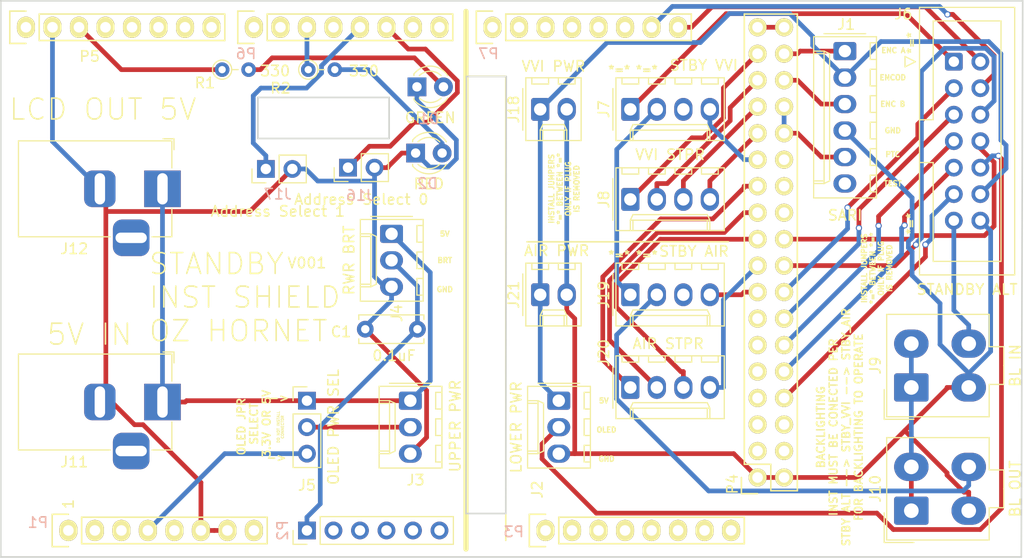
<source format=kicad_pcb>
(kicad_pcb (version 20211014) (generator pcbnew)
  (title_block (date "mar. 31 mars 2015"))
  (layers (0 "F.Cu" signal) (31 "B.Cu" signal) (34 "B.Paste" user) (35 "F.Paste" user) (36 "B.SilkS" user "B.Silkscreen") (37 "F.SilkS" user "F.Silkscreen") (38 "B.Mask" user) (39 "F.Mask" user) (44 "Edge.Cuts" user))
  (net 0 "")
  (net 1 "GND")
  (net 2 "/47")
  (net 3 "/45")
  (net 4 "/43")
  (net 5 "/41")
  (net 6 "/39")
  (net 7 "/37")
  (net 8 "/SARI_SW")
  (net 9 "/SDA")
  (net 10 "/30")
  (net 12 "/28")
  (net 16 "/25")
  (net 18 "/23")
  (net 19 "+5V")
  (net 20 "GNDD")
  (net 27 "Net-(D1-Pad2)")
  (net 28 "Net-(D2-Pad2)")
  (net 33 "/38")
  (net 34 "/36")
  (net 35 "/34")
  (net 36 "/32")
  (net 38 "/49")
  (net 40 "/SARI_TEST")
  (net 42 "/40")
  (net 43 "/D13")
  (net 44 "/D5")
  (net 47 "/21(SCL)")
  (net 48 "/ADDRESS_SELECT_0")
  (net 49 "/ADDRESS_SELECT_1")
  (net 50 "/LOWER_OUTPUT_5V")
  (net 51 "/UPPER_OUTPUT_5V")
  (net 52 "+5VL")
  (net 53 "/A3")
  (net 54 "/A2")
  (net 55 "/A1")
  (net 56 "/A0")
  (net 57 "/A4")
  (net 58 "/IOREF")
  (net 59 "/Reset")
  (net 60 "+3V3")
  (net 61 "/Vin")
  (net 62 "/A5")
  (net 81 "/ALT_LED_IN")
  (net 82 "/AIR_LED_OUT")
  (net 83 "/LED+5V")
  (net 84 "/ALT_LED_OUT-VVI_LED_IN")
  (net 85 "/VVI_LED_OUT-AIR_LED_IN")
  (net 86 "/OLED_PWR(L)")
  (net 87 "/OLED_PWR(U)")
  (net 89 "/22")
  (net 90 "/24")
  (net 91 "/26")
  (footprint "Socket_Arduino_Mega:Socket_Strip_Arduino_2x18" (layer "F.Cu") (at 197.358 114.046 90)
    (fp_text reference "P4")
    (fp_text value "Digital" hide)
  )
  (footprint "Socket_Arduino_Mega:Socket_Strip_Arduino_1x08" (layer "F.Cu") (at 131.318 119.126)
    (fp_text reference "P1")
    (fp_text value "Power")
  )
  (footprint "Connector_PinHeader_2.54mm:PinHeader_1x06_P2.54mm_Vertical" (layer "F.Cu") (at 154.178 119.126 90)
    (fp_text reference "P2")
    (fp_text value "Analog")
  )
  (footprint "Socket_Arduino_Mega:Socket_Strip_Arduino_1x08" (layer "F.Cu") (at 177.038 119.126)
    (fp_text reference "P3")
    (fp_text value "Analog")
  )
  (footprint "Socket_Arduino_Mega:Socket_Strip_Arduino_1x08" (layer "F.Cu") (at 127.254 70.866)
    (fp_text reference "P5")
    (fp_text value "PWM")
  )
  (footprint "Socket_Arduino_Mega:Socket_Strip_Arduino_1x08" (layer "F.Cu") (at 149.098 70.866)
    (fp_text reference "P6")
    (fp_text value "PWM")
  )
  (footprint "Socket_Arduino_Mega:Socket_Strip_Arduino_1x08" (layer "F.Cu") (at 171.958 70.866)
    (fp_text reference "P7")
    (fp_text value "Communication")
  )
  (footprint "LED_THT:LED_D3.0mm" (layer "F.Cu") (at 164.719 76.581)
    (fp_text reference "D1")
    (fp_text value "GREEN")
  )
  (footprint "LED_THT:LED_D3.0mm" (layer "F.Cu") (at 164.592 82.931)
    (fp_text reference "D2")
    (fp_text value "RED")
  )
  (footprint "Connector_PinHeader_2.54mm:PinHeader_1x02_P2.54mm_Vertical" (layer "F.Cu") (at 158.115 84.328 90)
    (fp_text reference "J16")
    (fp_text value "Address Select 0")
  )
  (footprint "Connector_PinHeader_2.54mm:PinHeader_1x02_P2.54mm_Vertical" (layer "F.Cu") (at 150.241 84.455 90)
    (fp_text reference "J17")
    (fp_text value "Address Select 1")
  )
  (footprint "PT_Library_v001:PT_R_Axial_DIN0204_L3.6mm_D1.6mm_P2.54mm_Vertical" (layer "F.Cu") (at 146.05 74.93)
    (fp_text reference "R1")
    (fp_text value "330")
  )
  (footprint "PT_Library_v001:PT_R_Axial_DIN0204_L3.6mm_D1.6mm_P2.54mm_Vertical" (layer "F.Cu") (at 154.305 74.93)
    (fp_text reference "R2")
    (fp_text value "330")
  )
  (footprint "Connector_IDC:IDC-Header_2x07_P2.54mm_Vertical" (layer "F.Cu") (at 216.1635 74.168)
    (fp_text reference "J6")
    (fp_text value "STANDBY ALT")
  )
  (footprint "Connector_Molex:Molex_KK-254_AE-6410-04A_1x04_P2.54mm_Vertical" (layer "F.Cu") (at 185.166 87.376)
    (fp_text reference "J8")
    (fp_text value "VVI STPR")
  )
  (footprint "Connector_Molex:Molex_KK-254_AE-6410-03A_1x03_P2.54mm_Vertical" (layer "F.Cu") (at 178.308 106.68 -90)
    (fp_text reference "J2")
    (fp_text value "LOWER PWR")
  )
  (footprint "Connector_Molex:Molex_KK-254_AE-6410-04A_1x04_P2.54mm_Vertical" (layer "F.Cu") (at 185.166 105.41)
    (fp_text reference "J20")
    (fp_text value "AIR STPR")
  )
  (footprint "Connector_Molex:Molex_KK-254_AE-6410-04A_1x04_P2.54mm_Vertical" (layer "F.Cu") (at 185.166 78.74)
    (fp_text reference "J7")
    (fp_text value "STBY VVI")
  )
  (footprint "Connector_BarrelJack:BarrelJack_Horizontal" (layer "F.Cu") (at 140.335 106.807)
    (fp_text reference "J11")
    (fp_text value "5V IN")
  )
  (footprint "Connector_Molex:Molex_Mini-Fit_Jr_5566-04A_2x02_P4.20mm_Vertical" (layer "F.Cu") (at 212.09 105.41 90)
    (fp_text reference "J9")
    (fp_text value "BL IN")
  )
  (footprint "Connector_BarrelJack:BarrelJack_Horizontal" (layer "F.Cu") (at 140.335 86.36)
    (fp_text reference "J12")
    (fp_text value "LCD OUT 5V")
  )
  (footprint "Connector_Molex:Molex_KK-254_AE-6410-03A_1x03_P2.54mm_Vertical" (layer "F.Cu") (at 164.084 106.68 -90)
    (fp_text reference "J3")
    (fp_text value "UPPER PWR")
  )
  (footprint "Capacitor_THT:C_Disc_D6.0mm_W2.5mm_P5.00mm" (layer "F.Cu") (at 164.766 99.822 180)
    (fp_text reference "C1")
    (fp_text value "0.1uF")
  )
  (footprint "Connector_PinHeader_2.54mm:PinHeader_1x03_P2.54mm_Vertical" (layer "F.Cu") (at 154.178 106.68)
    (fp_text reference "J5")
    (fp_text value "OLED PWR SEL")
  )
  (footprint "Connector_Molex:Molex_KK-254_AE-6410-02A_1x02_P2.54mm_Vertical" (layer "F.Cu") (at 176.53 78.74)
    (fp_text reference "J18")
    (fp_text value "VVI PWR")
  )
  (footprint "Connector_Molex:Molex_KK-254_AE-6410-04A_1x04_P2.54mm_Vertical" (layer "F.Cu") (at 185.166 96.52)
    (fp_text reference "J19")
    (fp_text value "STBY AIR")
  )
  (footprint "Connector_Molex:Molex_KK-254_AE-6410-03A_1x03_P2.54mm_Vertical" (layer "F.Cu") (at 162.286 90.678 -90)
    (fp_text reference "J4")
    (fp_text value "RWR BRT")
  )
  (footprint "Connector_Molex:Molex_KK-254_AE-6410-06A_1x06_P2.54mm_Vertical" (layer "F.Cu") (at 205.72 73.152 -90)
    (fp_text reference "J1")
    (fp_text value "SARI")
  )
  (footprint "Connector_Molex:Molex_KK-254_AE-6410-02A_1x02_P2.54mm_Vertical" (layer "F.Cu") (at 176.53 96.52)
    (fp_text reference "J21")
    (fp_text value "AIR PWR")
  )
  (footprint "Connector_Molex:Molex_Mini-Fit_Jr_5566-04A_2x02_P4.20mm_Vertical" (layer "F.Cu") (at 212.09 117.23 90)
    (fp_text reference "J10")
    (fp_text value "BL OUT")
  )
  (gr_line (start 175.26 91.44) (end 194.564 91.44) (layer "F.SilkS") (width 0.15))
  (gr_line (start 173.228 75.565) (end 173.228 120.0785) (layer "F.SilkS") (width 0.15))
  (gr_line (start 169.418 69.342) (end 169.418 120.904) (layer "F.SilkS") (width 0.5))
  (gr_line (start 169.4815 75.565) (end 173.228 75.565) (layer "F.SilkS") (width 0.15))
  (gr_line (start 124.841 121.666) (end 222.631 121.666) (layer "Edge.Cuts") (width 0.15))
  (gr_line (start 149.479 77.597) (end 149.606 77.597) (layer "Edge.Cuts") (width 0.15))
  (gr_line (start 169.418 117.5004) (end 169.4688 75.5904) (layer "Edge.Cuts") (width 0.15))
  (gr_line (start 124.841 68.326) (end 222.758 68.326) (layer "Edge.Cuts") (width 0.15))
  (gr_line (start 173.228 117.5004) (end 169.418 117.5004) (layer "Edge.Cuts") (width 0.15))
  (gr_line (start 149.606 77.597) (end 162.052 77.597) (layer "Edge.Cuts") (width 0.15))
  (gr_line (start 149.479 81.534) (end 149.479 77.597) (layer "Edge.Cuts") (width 0.15))
  (gr_line (start 173.2788 75.5904) (end 173.228 117.5004) (layer "Edge.Cuts") (width 0.15))
  (gr_line (start 162.052 81.534) (end 149.479 81.534) (layer "Edge.Cuts") (width 0.15))
  (gr_line (start 222.631 121.666) (end 222.758 68.326) (layer "Edge.Cuts") (width 0.15))
  (gr_line (start 124.841 68.326) (end 124.841 121.666) (layer "Edge.Cuts") (width 0.15))
  (gr_line (start 169.4688 75.5904) (end 173.2788 75.5904) (layer "Edge.Cuts") (width 0.15))
  (gr_line (start 162.052 77.597) (end 162.052 81.534) (layer "Edge.Cuts") (width 0.15))
  (gr_text "5V" (at 182.626 106.68) (layer "F.SilkS") (effects (font (size 0.5 0.5) (thickness 0.125))))
  (gr_text "BACKLIGHTING\nINST MUST BE CONECTED PER\nSTBY ALT --> STBY_VVI --> STBY_AIR\nFOR BACKLIGHTING TO OPERATE" (at 205.232 109.22 90) (layer "F.SilkS") (effects (font (size 0.75 0.75))))
  (gr_text "GND" (at 167.386 96.012) (layer "F.SilkS") (effects (font (size 0.5 0.5) (thickness 0.125))))
  (gr_text "INSTALL JUMPERS\n*=* BETWEEN *=*\nONLY IF PLUG\nIS REMOVED" (at 178.816 86.36 90) (layer "F.SilkS") (effects (font (size 0.5 0.5) (thickness 0.125))))
  (gr_text "*=* *=*" (at 185.415969 92.696088) (layer "F.SilkS") (effects (font (size 0.75 0.75))))
  (gr_text "TEST" (at 210.312 85.852) (layer "F.SilkS") (effects (font (size 0.5 0.5) (thickness 0.125))))
  (gr_text "GND" (at 210.312 80.772) (layer "F.SilkS") (effects (font (size 0.5 0.5) (thickness 0.125))))
  (gr_text "->" (at 151.257 112.133325) (layer "F.SilkS") (effects (font (size 0.75 0.75))))
  (gr_text "1" (at 131.318 116.586 90) (layer "F.SilkS") (effects (font (size 1 1))))
  (gr_text "BRT" (at 167.386 93.218) (layer "F.SilkS") (effects (font (size 0.5 0.5) (thickness 0.125))))
  (gr_text "STANDBY\nINST SHIELD \nOZ HORNET" (at 138.938 96.774) (layer "F.SilkS") (effects (font (size 2 2)) (justify left)))
  (gr_text "OLED JPR \nSELECT\n3.3V OR 5V" (at 149.098 108.882547 90) (layer "F.SilkS") (effects (font (size 0.75 0.75))))
  (gr_text "GND" (at 182.88 112.268) (layer "F.SilkS") (effects (font (size 0.5 0.5) (thickness 0.125))))
  (gr_text "V001\n" (at 154.178 93.472) (layer "F.SilkS") (effects (font (size 1 1))))
  (gr_text "OLED" (at 182.88 109.474) (layer "F.SilkS") (effects (font (size 0.5 0.5) (thickness 0.125))))
  (gr_text "->" (at 151.511 106.411) (layer "F.SilkS") (effects (font (size 0.75 0.75))))
  (gr_text "*=*" (at 212.03325 89.703054 90) (layer "F.SilkS") (effects (font (size 0.75 0.75))))
  (gr_text "DO NOT INSTALL\nCONNECTOR" (at 151.638 109.205 90) (layer "F.SilkS") (effects (font (size 0.25 0.25) (thickness 0.0625))))
  (gr_text "PTC" (at 210.312 83.058) (layer "F.SilkS") (effects (font (size 0.5 0.5) (thickness 0.125))))
  (gr_text "5V" (at 167.386 90.678) (layer "F.SilkS") (effects (font (size 0.5 0.5) (thickness 0.125))))
  (gr_text "*=* *=*" (at 185.42 74.93) (layer "F.SilkS") (effects (font (size 0.75 0.75))))
  (gr_text "INSTALL JUMPERS\n*=* BETWEEN *=*\nONLY IF PLUG\nIS REMOVED" (at 208.788 93.98 90) (layer "F.SilkS") (effects (font (size 0.5 0.5) (thickness 0.125))))
  (gr_text "ENC B" (at 210.312 78.232) (layer "F.SilkS") (effects (font (size 0.5 0.5) (thickness 0.125))))
  (gr_text "ENCOD" (at 210.312 75.692) (layer "F.SilkS") (effects (font (size 0.5 0.5) (thickness 0.125))))
  (gr_text "*=*" (at 212.099234 72.379704 90) (layer "F.SilkS") (effects (font (size 0.75 0.75))))
  (gr_text "ENC A" (at 210.374602 73.08222) (layer "F.SilkS") (effects (font (size 0.5 0.5) (thickness 0.125))))
  (segment (start 217.1462 115.4547) (end 215.5146 113.8231) (width 0.45) (layer "F.Cu") (net 1))
  (segment (start 199.898 114.046) (end 197.358 114.046) (width 0.45) (layer "F.Cu") (net 1))
  (segment (start 179.8377 98.808) (end 179.07 98.0403) (width 0.45) (layer "F.Cu") (net 1))
  (segment (start 178.308 111.76) (end 179.8377 111.76) (width 0.45) (layer "F.Cu") (net 1))
  (segment (start 217.59 117.23) (end 217.59 115.4547) (width 0.45) (layer "F.Cu") (net 1))
  (segment (start 215.5146 113.8231) (end 215.5146 113.6094) (width 0.45) (layer "F.Cu") (net 1))
  (segment (start 217.59 105.41) (end 215.5147 105.41) (width 0.45) (layer "F.Cu") (net 1))
  (segment (start 215.5147 105.41) (end 215.5147 105.496) (width 0.45) (layer "F.Cu") (net 1))
  (segment (start 211.458 109.5527) (end 206.9647 114.046) (width 0.45) (layer "F.Cu") (net 1))
  (segment (start 206.9647 114.046) (end 199.898 114.046) (width 0.45) (layer "F.Cu") (net 1))
  (segment (start 215.5146 113.6094) (end 211.458 109.5527) (width 0.45) (layer "F.Cu") (net 1))
  (segment (start 215.5147 105.496) (end 211.458 109.5527) (width 0.45) (layer "F.Cu") (net 1))
  (segment (start 217.59 115.4547) (end 217.1462 115.4547) (width 0.45) (layer "F.Cu") (net 1))
  (segment (start 179.8377 111.76) (end 195.072 111.76) (width 0.45) (layer "F.Cu") (net 1))
  (segment (start 179.07 96.52) (end 179.07 98.0403) (width 0.45) (layer "F.Cu") (net 1))
  (segment (start 179.8377 111.76) (end 179.8377 98.808) (width 0.45) (layer "F.Cu") (net 1))
  (segment (start 195.072 111.76) (end 197.358 114.046) (width 0.45) (layer "F.Cu") (net 1))
  (segment (start 214.84 97.3449) (end 214.84 101.2915) (width 0.45) (layer "B.Cu") (net 1))
  (segment (start 212.0673 91.1573) (end 211.809 91.4156) (width 0.45) (layer "B.Cu") (net 1))
  (segment (start 217.59 104.5223) (end 217.5968 104.5155) (width 0.45) (layer "B.Cu") (net 1))
  (segment (start 219.6912 101.9538) (end 217.5968 104.0482) (width 0.45) (layer "B.Cu") (net 1))
  (segment (start 212.0673 91.1405) (end 212.0673 91.1573) (width 0.45) (layer "B.Cu") (net 1))
  (segment (start 217.5968 104.0483) (end 217.5968 104.0482) (width 0.45) (layer "B.Cu") (net 1))
  (segment (start 212.1643 94.6692) (end 214.84 97.3449) (width 0.45) (layer "B.Cu") (net 1))
  (segment (start 218.7035 89.408) (end 219.6912 90.3957) (width 0.45) (layer "B.Cu") (net 1))
  (segment (start 211.809 92.0164) (end 212.1643 92.3717) (width 0.45) (layer "B.Cu") (net 1))
  (segment (start 214.84 101.2915) (end 217.5968 104.0482) (width 0.45) (layer "B.Cu") (net 1))
  (segment (start 217.5968 104.5155) (end 217.5968 104.0483) (width 0.45) (layer "B.Cu") (net 1))
  (segment (start 179.07 78.74) (end 179.07 96.52) (width 0.45) (layer "B.Cu") (net 1))
  (segment (start 205.72 80.772) (end 212.1643 87.2163) (width 0.45) (layer "B.Cu") (net 1))
  (segment (start 212.1643 87.2163) (end 212.1643 91.0435) (width 0.45) (layer "B.Cu") (net 1))
  (segment (start 211.809 91.4156) (end 211.809 92.0164) (width 0.45) (layer "B.Cu") (net 1))
  (segment (start 219.6912 90.3957) (end 219.6912 101.9538) (width 0.45) (layer "B.Cu") (net 1))
  (segment (start 212.1643 91.0435) (end 212.0673 91.1405) (width 0.45) (layer "B.Cu") (net 1))
  (segment (start 217.59 105.41) (end 217.59 104.5223) (width 0.45) (layer "B.Cu") (net 1))
  (segment (start 212.1643 92.3717) (end 212.1643 94.6692) (width 0.45) (layer "B.Cu") (net 1))
  (segment (start 211.4388 89.8572) (end 211.4388 89.0527) (width 0.45) (layer "F.Cu") (net 2))
  (segment (start 211.4388 89.0527) (end 216.1635 84.328) (width 0.45) (layer "F.Cu") (net 2))
  (via (at 211.4388 89.8572) (size 0.6) (drill 0.4) (layers "F.Cu" "B.Cu") (net 2))
  (segment (start 211.1587 90.1373) (end 211.1587 92.6253) (width 0.45) (layer "B.Cu") (net 2))
  (segment (start 211.4388 89.8572) (end 211.1587 90.1373) (width 0.45) (layer "B.Cu") (net 2))
  (segment (start 211.1587 92.6253) (end 199.898 103.886) (width 0.45) (layer "B.Cu") (net 2))
  (segment (start 208.9537 88.9978) (end 216.1635 81.788) (width 0.45) (layer "F.Cu") (net 3))
  (segment (start 208.9537 89.9061) (end 208.9537 88.9978) (width 0.45) (layer "F.Cu") (net 3))
  (via (at 208.9537 89.9061) (size 0.6) (drill 0.4) (layers "F.Cu" "B.Cu") (net 3))
  (segment (start 199.898 101.346) (end 208.9537 92.2903) (width 0.45) (layer "B.Cu") (net 3))
  (segment (start 208.9537 92.2903) (end 208.9537 89.9061) (width 0.45) (layer "B.Cu") (net 3))
  (segment (start 207.0699 88.3416) (end 216.1635 79.248) (width 0.45) (layer "F.Cu") (net 4))
  (segment (start 207.0699 90.121) (end 207.0699 88.3416) (width 0.45) (layer "F.Cu") (net 4))
  (via (at 207.0699 90.121) (size 0.6) (drill 0.4) (layers "F.Cu" "B.Cu") (net 4))
  (segment (start 207.0699 91.6341) (end 207.0699 90.121) (width 0.45) (layer "B.Cu") (net 4))
  (segment (start 199.898 98.806) (end 207.0699 91.6341) (width 0.45) (layer "B.Cu") (net 4))
  (segment (start 212.7099 81.438) (end 212.7099 80.1616) (width 0.45) (layer "F.Cu") (net 5))
  (segment (start 205.9819 88.166) (end 212.7099 81.438) (width 0.45) (layer "F.Cu") (net 5))
  (segment (start 212.7099 80.1616) (end 216.1635 76.708) (width 0.45) (layer "F.Cu") (net 5))
  (via (at 205.9819 88.166) (size 0.6) (drill 0.4) (layers "F.Cu" "B.Cu") (net 5))
  (segment (start 199.898 96.266) (end 205.9819 90.1821) (width 0.45) (layer "B.Cu") (net 5))
  (segment (start 205.9819 90.1821) (end 205.9819 88.166) (width 0.45) (layer "B.Cu") (net 5))
  (segment (start 210.5243 93.726) (end 212.5343 91.716) (width 0.45) (layer "F.Cu") (net 6))
  (segment (start 199.898 93.726) (end 210.5243 93.726) (width 0.45) (layer "F.Cu") (net 6))
  (via (at 212.5343 91.716) (size 0.6) (drill 0.4) (layers "F.Cu" "B.Cu") (net 6))
  (segment (start 220.0206 77.9309) (end 220.0206 73.6757) (width 0.45) (layer "B.Cu") (net 6))
  (segment (start 212.7176 91.5327) (end 212.5343 91.716) (width 0.45) (layer "B.Cu") (net 6))
  (segment (start 213.0553 91.0722) (end 212.7176 91.4099) (width 0.45) (layer "B.Cu") (net 6))
  (segment (start 219.2334 72.8885) (end 215.2615 72.8885) (width 0.45) (layer "B.Cu") (net 6))
  (segment (start 212.7176 91.4099) (end 212.7176 91.5327) (width 0.45) (layer "B.Cu") (net 6))
  (segment (start 220.0206 73.6757) (end 219.2334 72.8885) (width 0.45) (layer "B.Cu") (net 6))
  (segment (start 213.0553 75.0947) (end 213.0553 91.0722) (width 0.45) (layer "B.Cu") (net 6))
  (segment (start 218.7035 79.248) (end 220.0206 77.9309) (width 0.45) (layer "B.Cu") (net 6))
  (segment (start 215.2615 72.8885) (end 213.0553 75.0947) (width 0.45) (layer "B.Cu") (net 6))
  (segment (start 220.0207 83.8045) (end 220.0207 89.9279) (width 0.45) (layer "F.Cu") (net 7))
  (segment (start 212.3804 90.8442) (end 212.0386 91.186) (width 0.45) (layer "F.Cu") (net 7))
  (segment (start 220.0207 89.9279) (end 219.1044 90.8442) (width 0.45) (layer "F.Cu") (net 7))
  (segment (start 199.898 91.186) (end 201.1869 91.186) (width 0.45) (layer "F.Cu") (net 7))
  (segment (start 212.0386 91.186) (end 201.1869 91.186) (width 0.45) (layer "F.Cu") (net 7))
  (segment (start 219.1044 90.8442) (end 212.3804 90.8442) (width 0.45) (layer "F.Cu") (net 7))
  (segment (start 218.7035 81.788) (end 218.7035 82.4873) (width 0.45) (layer "F.Cu") (net 7))
  (segment (start 218.7035 82.4873) (end 220.0207 83.8045) (width 0.45) (layer "F.Cu") (net 7))
  (segment (start 203.4729 83.312) (end 201.1869 81.026) (width 0.45) (layer "F.Cu") (net 8))
  (segment (start 205.72 83.312) (end 203.4729 83.312) (width 0.45) (layer "F.Cu") (net 8))
  (segment (start 199.898 81.026) (end 201.1869 81.026) (width 0.45) (layer "F.Cu") (net 8))
  (segment (start 199.898 78.486) (end 199.898 81.026) (width 0.45) (layer "B.Cu") (net 8))
  (segment (start 216.0631 69.6315) (end 220.0207 73.5891) (width 0.45) (layer "F.Cu") (net 9))
  (segment (start 215.552 69.6315) (end 216.0631 69.6315) (width 0.45) (layer "F.Cu") (net 9))
  (segment (start 220.0207 75.3908) (end 218.7035 76.708) (width 0.45) (layer "F.Cu") (net 9))
  (segment (start 220.0207 73.5891) (end 220.0207 75.3908) (width 0.45) (layer "F.Cu") (net 9))
  (via (at 215.552 69.6315) (size 0.6) (drill 0.4) (layers "F.Cu" "B.Cu") (net 9))
  (segment (start 214.7907 68.8702) (end 215.552 69.6315) (width 0.45) (layer "B.Cu") (net 9))
  (segment (start 189.1938 68.8702) (end 214.7907 68.8702) (width 0.45) (layer "B.Cu") (net 9))
  (segment (start 187.198 70.866) (end 189.1938 68.8702) (width 0.45) (layer "B.Cu") (net 9))
  (segment (start 192.786 80.2603) (end 196.0691 83.5434) (width 0.45) (layer "B.Cu") (net 10))
  (segment (start 192.786 78.74) (end 192.786 80.2603) (width 0.45) (layer "B.Cu") (net 10))
  (segment (start 197.358 83.566) (end 196.0691 83.566) (width 0.45) (layer "B.Cu") (net 10))
  (segment (start 196.0691 83.5434) (end 196.0691 83.566) (width 0.45) (layer "B.Cu") (net 10))
  (segment (start 192.786 85.598) (end 197.358 81.026) (width 0.45) (layer "F.Cu") (net 12))
  (segment (start 192.786 87.376) (end 192.786 85.598) (width 0.45) (layer "F.Cu") (net 12))
  (segment (start 199.898 75.946) (end 201.1869 75.946) (width 0.45) (layer "F.Cu") (net 16))
  (segment (start 203.4729 78.232) (end 201.1869 75.946) (width 0.45) (layer "F.Cu") (net 16))
  (segment (start 205.72 78.232) (end 203.4729 78.232) (width 0.45) (layer "F.Cu") (net 16))
  (segment (start 201.4409 73.152) (end 201.1869 73.406) (width 0.45) (layer "F.Cu") (net 18))
  (segment (start 199.898 73.406) (end 201.1869 73.406) (width 0.45) (layer "F.Cu") (net 18))
  (segment (start 205.72 73.152) (end 201.4409 73.152) (width 0.45) (layer "F.Cu") (net 18))
  (segment (start 199.898 70.866) (end 197.358 70.866) (width 0.45) (layer "F.Cu") (net 19))
  (segment (start 134.9083 106.2337) (end 134.335 106.807) (width 0.45) (layer "F.Cu") (net 20))
  (segment (start 165.6426 110.2014) (end 164.084 111.76) (width 0.45) (layer "F.Cu") (net 20))
  (segment (start 137.657 108.9824) (end 138.4737 108.9824) (width 0.45) (layer "F.Cu") (net 20))
  (segment (start 161.9303 84.328) (end 161.9303 84.2674) (width 0.45) (layer "F.Cu") (net 20))
  (segment (start 165.6426 105.6986) (end 165.6426 110.2014) (width 0.45) (layer "F.Cu") (net 20))
  (segment (start 134.9083 106.2337) (end 137.657 108.9824) (width 0.45) (layer "F.Cu") (net 20))
  (segment (start 134.9083 88.5354) (end 134.9083 106.2337) (width 0.45) (layer "F.Cu") (net 20))
  (segment (start 144.018 114.5267) (end 144.018 119.126) (width 0.45) (layer "F.Cu") (net 20))
  (segment (start 164.592 82.931) (end 163.2667 82.931) (width 0.45) (layer "F.Cu") (net 20))
  (segment (start 138.4737 108.9824) (end 144.018 114.5267) (width 0.45) (layer "F.Cu") (net 20))
  (segment (start 161.9303 84.2674) (end 163.2667 82.931) (width 0.45) (layer "F.Cu") (net 20))
  (segment (start 148.7006 88.5354) (end 134.9083 88.5354) (width 0.45) (layer "F.Cu") (net 20))
  (segment (start 146.558 119.126) (end 145.3069 119.126) (width 0.45) (layer "F.Cu") (net 20))
  (segment (start 160.655 84.328) (end 161.9303 84.328) (width 0.45) (layer "F.Cu") (net 20))
  (segment (start 152.781 84.455) (end 148.7006 88.5354) (width 0.45) (layer "F.Cu") (net 20))
  (segment (start 134.335 86.36) (end 134.9083 86.9333) (width 0.45) (layer "F.Cu") (net 20))
  (segment (start 134.9083 86.9333) (end 134.9083 88.5354) (width 0.45) (layer "F.Cu") (net 20))
  (segment (start 159.766 99.822) (end 165.6426 105.6986) (width 0.45) (layer "F.Cu") (net 20))
  (segment (start 144.018 119.126) (end 145.3069 119.126) (width 0.45) (layer "F.Cu") (net 20))
  (segment (start 160.655 85.6161) (end 160.655 84.328) (width 0.45) (layer "B.Cu") (net 20))
  (segment (start 160.655 94.7746) (end 160.655 85.6161) (width 0.45) (layer "B.Cu") (net 20))
  (segment (start 168.4932 81.6805) (end 164.719 77.9063) (width 0.45) (layer "B.Cu") (net 20))
  (segment (start 165.9356 84.2746) (end 167.6904 84.2746) (width 0.45) (layer "B.Cu") (net 20))
  (segment (start 129.794 81.819) (end 134.335 86.36) (width 0.45) (layer "B.Cu") (net 20))
  (segment (start 168.4932 83.4718) (end 168.4932 81.6805) (width 0.45) (layer "B.Cu") (net 20))
  (segment (start 164.592 82.931) (end 165.9356 84.2746) (width 0.45) (layer "B.Cu") (net 20))
  (segment (start 162.286 97.0533) (end 159.766 99.5733) (width 0.45) (layer "B.Cu") (net 20))
  (segment (start 162.286 95.758) (end 162.286 96.4056) (width 0.45) (layer "B.Cu") (net 20))
  (segment (start 162.286 96.4056) (end 160.655 94.7746) (width 0.45) (layer "B.Cu") (net 20))
  (segment (start 154.0563 84.455) (end 155.2174 85.6161) (width 0.45) (layer "B.Cu") (net 20))
  (segment (start 152.781 84.455) (end 154.0563 84.455) (width 0.45) (layer "B.Cu") (net 20))
  (segment (start 155.2174 85.6161) (end 160.655 85.6161) (width 0.45) (layer "B.Cu") (net 20))
  (segment (start 167.6904 84.2746) (end 168.4932 83.4718) (width 0.45) (layer "B.Cu") (net 20))
  (segment (start 164.719 76.581) (end 164.719 77.9063) (width 0.45) (layer "B.Cu") (net 20))
  (segment (start 129.794 70.866) (end 129.794 81.819) (width 0.45) (layer "B.Cu") (net 20))
  (segment (start 162.286 96.4056) (end 162.286 97.0533) (width 0.45) (layer "B.Cu") (net 20))
  (segment (start 159.766 99.5733) (end 159.766 99.822) (width 0.45) (layer "B.Cu") (net 20))
  (segment (start 164.4775 73.7995) (end 167.259 76.581) (width 0.45) (layer "F.Cu") (net 27))
  (segment (start 149.7153 74.93) (end 150.8458 73.7995) (width 0.45) (layer "F.Cu") (net 27))
  (segment (start 148.59 74.93) (end 149.7153 74.93) (width 0.45) (layer "F.Cu") (net 27))
  (segment (start 150.8458 73.7995) (end 164.4775 73.7995) (width 0.45) (layer "F.Cu") (net 27))
  (segment (start 160.0503 74.93) (end 167.132 82.0117) (width 0.45) (layer "B.Cu") (net 28))
  (segment (start 167.132 82.0117) (end 167.132 82.931) (width 0.45) (layer "B.Cu") (net 28))
  (segment (start 156.845 74.93) (end 160.0503 74.93) (width 0.45) (layer "B.Cu") (net 28))
  (segment (start 194.0813 97.0027) (end 197.358 93.726) (width 0.45) (layer "B.Cu") (net 33))
  (segment (start 192.786 105.41) (end 194.0813 105.41) (width 0.45) (layer "B.Cu") (net 33))
  (segment (start 194.0813 105.41) (end 194.0813 97.0027) (width 0.45) (layer "B.Cu") (net 33))
  (segment (start 190.246 103.8897) (end 190.0005 103.8897) (width 0.45) (layer "F.Cu") (net 34))
  (segment (start 196.0575 91.1976) (end 196.0691 91.186) (width 0.45) (layer "F.Cu") (net 34))
  (segment (start 183.8257 95.419) (end 188.0471 91.1976) (width 0.45) (layer "F.Cu") (net 34))
  (segment (start 197.358 91.186) (end 196.0691 91.186) (width 0.45) (layer "F.Cu") (net 34))
  (segment (start 190.246 105.41) (end 190.246 103.8897) (width 0.45) (layer "F.Cu") (net 34))
  (segment (start 183.8257 97.7149) (end 183.8257 95.419) (width 0.45) (layer "F.Cu") (net 34))
  (segment (start 190.0005 103.8897) (end 183.8257 97.7149) (width 0.45) (layer "F.Cu") (net 34))
  (segment (start 188.0471 91.1976) (end 196.0575 91.1976) (width 0.45) (layer "F.Cu") (net 34))
  (segment (start 183.1749 95.1403) (end 187.768 90.5472) (width 0.45) (layer "F.Cu") (net 35))
  (segment (start 187.706 105.41) (end 183.1749 100.8789) (width 0.45) (layer "F.Cu") (net 35))
  (segment (start 194.1679 90.5472) (end 196.0691 88.646) (width 0.45) (layer "F.Cu") (net 35))
  (segment (start 197.358 88.646) (end 196.0691 88.646) (width 0.45) (layer "F.Cu") (net 35))
  (segment (start 187.768 90.5472) (end 194.1679 90.5472) (width 0.45) (layer "F.Cu") (net 35))
  (segment (start 183.1749 100.8789) (end 183.1749 95.1403) (width 0.45) (layer "F.Cu") (net 35))
  (segment (start 197.358 86.106) (end 196.0691 86.106) (width 0.45) (layer "F.Cu") (net 36))
  (segment (start 182.5245 94.8053) (end 188.0832 89.2466) (width 0.45) (layer "F.Cu") (net 36))
  (segment (start 188.0832 89.2466) (end 193.062 89.2466) (width 0.45) (layer "F.Cu") (net 36))
  (segment (start 185.166 105.41) (end 182.5245 102.7685) (width 0.45) (layer "F.Cu") (net 36))
  (segment (start 196.0691 86.2395) (end 196.0691 86.106) (width 0.45) (layer "F.Cu") (net 36))
  (segment (start 182.5245 102.7685) (end 182.5245 94.8053) (width 0.45) (layer "F.Cu") (net 36))
  (segment (start 193.062 89.2466) (end 196.0691 86.2395) (width 0.45) (layer "F.Cu") (net 36))
  (segment (start 213.4429 92.8811) (end 213.4429 91.7103) (width 0.45) (layer "F.Cu") (net 38))
  (segment (start 199.898 106.426) (end 213.4429 92.8811) (width 0.45) (layer "F.Cu") (net 38))
  (via (at 213.4429 91.7103) (size 0.6) (drill 0.4) (layers "F.Cu" "B.Cu") (net 38))
  (segment (start 214.0669 91.0863) (end 214.0669 88.9646) (width 0.45) (layer "B.Cu") (net 38))
  (segment (start 214.0669 88.9646) (end 216.1635 86.868) (width 0.45) (layer "B.Cu") (net 38))
  (segment (start 213.4429 91.7103) (end 214.0669 91.0863) (width 0.45) (layer "B.Cu") (net 38))
  (segment (start 197.358 96.266) (end 196.0691 96.266) (width 0.45) (layer "F.Cu") (net 42))
  (segment (start 192.786 96.52) (end 195.8151 96.52) (width 0.45) (layer "F.Cu") (net 42))
  (segment (start 195.8151 96.52) (end 196.0691 96.266) (width 0.45) (layer "F.Cu") (net 42))
  (segment (start 136.398 74.93) (end 132.334 70.866) (width 0.45) (layer "F.Cu") (net 43))
  (segment (start 146.05 74.93) (end 136.398 74.93) (width 0.45) (layer "F.Cu") (net 43))
  (segment (start 154.178 74.803) (end 154.178 70.866) (width 0.45) (layer "B.Cu") (net 44))
  (segment (start 154.305 74.93) (end 154.178 74.803) (width 0.45) (layer "B.Cu") (net 44))
  (segment (start 213.4454 68.9099) (end 218.7035 74.168) (width 0.45) (layer "F.Cu") (net 47))
  (segment (start 192.983 68.9099) (end 213.4454 68.9099) (width 0.45) (layer "F.Cu") (net 47))
  (segment (start 191.0269 70.866) (end 192.983 68.9099) (width 0.45) (layer "F.Cu") (net 47))
  (segment (start 189.738 70.866) (end 191.0269 70.866) (width 0.45) (layer "F.Cu") (net 47))
  (segment (start 162.1525 82.2806) (end 164.4641 79.969) (width 0.45) (layer "F.Cu") (net 48))
  (segment (start 163.8903 72.9583) (end 161.798 70.866) (width 0.45) (layer "F.Cu") (net 48))
  (segment (start 165.7501 79.969) (end 168.5899 77.1292) (width 0.45) (layer "F.Cu") (net 48))
  (segment (start 168.5899 77.1292) (end 168.5899 76.0152) (width 0.45) (layer "F.Cu") (net 48))
  (segment (start 160.1624 82.2806) (end 162.1525 82.2806) (width 0.45) (layer "F.Cu") (net 48))
  (segment (start 168.5899 76.0152) (end 165.533 72.9583) (width 0.45) (layer "F.Cu") (net 48))
  (segment (start 164.4641 79.969) (end 165.7501 79.969) (width 0.45) (layer "F.Cu") (net 48))
  (segment (start 165.533 72.9583) (end 163.8903 72.9583) (width 0.45) (layer "F.Cu") (net 48))
  (segment (start 158.115 84.328) (end 160.1624 82.2806) (width 0.45) (layer "F.Cu") (net 48))
  (segment (start 149.0328 77.4299) (end 149.7638 76.6989) (width 0.45) (layer "B.Cu") (net 49))
  (segment (start 154.1344 76.6989) (end 155.575 75.2583) (width 0.45) (layer "B.Cu") (net 49))
  (segment (start 155.575 74.549) (end 159.258 70.866) (width 0.45) (layer "B.Cu") (net 49))
  (segment (start 155.575 75.2583) (end 155.575 74.549) (width 0.45) (layer "B.Cu") (net 49))
  (segment (start 149.0328 81.9715) (end 149.0328 77.4299) (width 0.45) (layer "B.Cu") (net 49))
  (segment (start 149.7638 76.6989) (end 154.1344 76.6989) (width 0.45) (layer "B.Cu") (net 49))
  (segment (start 150.241 83.1797) (end 149.0328 81.9715) (width 0.45) (layer "B.Cu") (net 49))
  (segment (start 150.241 84.455) (end 150.241 83.1797) (width 0.45) (layer "B.Cu") (net 49))
  (segment (start 209.1739 72.2381) (end 205.72 75.692) (width 0.45) (layer "B.Cu") (net 50))
  (segment (start 221.167 82.1792) (end 220.671 81.6832) (width 0.45) (layer "B.Cu") (net 50))
  (segment (start 200.4434 69.5532) (end 202.6367 71.7465) (width 0.45) (layer "B.Cu") (net 50))
  (segment (start 191.877 72.3273) (end 194.6511 69.5532) (width 0.45) (layer "B.Cu") (net 50))
  (segment (start 219.5028 72.2381) (end 209.1739 72.2381) (width 0.45) (layer "B.Cu") (net 50))
  (segment (start 220.671 73.4063) (end 219.5028 72.2381) (width 0.45) (layer "B.Cu") (net 50))
  (segment (start 178.308 106.68) (end 176.53 104.902) (width 0.45) (layer "B.Cu") (net 50))
  (segment (start 176.53 96.52) (end 176.53 78.74) (width 0.45) (layer "B.Cu") (net 50))
  (segment (start 221.167 84.4045) (end 221.167 82.1792) (width 0.45) (layer "B.Cu") (net 50))
  (segment (start 202.6367 72.6087) (end 205.72 75.692) (width 0.45) (layer "B.Cu") (net 50))
  (segment (start 218.7035 86.868) (end 221.167 84.4045) (width 0.45) (layer "B.Cu") (net 50))
  (segment (start 194.6511 69.5532) (end 200.4434 69.5532) (width 0.45) (layer "B.Cu") (net 50))
  (segment (start 176.53 78.74) (end 182.9427 72.3273) (width 0.45) (layer "B.Cu") (net 50))
  (segment (start 220.671 81.6832) (end 220.671 73.4063) (width 0.45) (layer "B.Cu") (net 50))
  (segment (start 176.53 104.902) (end 176.53 96.52) (width 0.45) (layer "B.Cu") (net 50))
  (segment (start 202.6367 71.7465) (end 202.6367 72.6087) (width 0.45) (layer "B.Cu") (net 50))
  (segment (start 182.9427 72.3273) (end 191.877 72.3273) (width 0.45) (layer "B.Cu") (net 50))
  (segment (start 142.6373 106.68) (end 142.5103 106.807) (width 0.45) (layer "F.Cu") (net 51))
  (segment (start 164.084 106.68) (end 154.178 106.68) (width 0.45) (layer "F.Cu") (net 51))
  (segment (start 154.178 106.68) (end 142.6373 106.68) (width 0.45) (layer "F.Cu") (net 51))
  (segment (start 140.335 106.807) (end 142.5103 106.807) (width 0.45) (layer "F.Cu") (net 51))
  (segment (start 165.993 94.385) (end 165.993 104.771) (width 0.45) (layer "B.Cu") (net 51))
  (segment (start 140.335 86.36) (end 140.335 106.807) (width 0.45) (layer "B.Cu") (net 51))
  (segment (start 162.286 90.678) (end 165.993 94.385) (width 0.45) (layer "B.Cu") (net 51))
  (segment (start 165.993 104.771) (end 164.084 106.68) (width 0.45) (layer "B.Cu") (net 51))
  (segment (start 164.766 99.822) (end 155.4533 109.1347) (width 0.45) (layer "B.Cu") (net 56))
  (segment (start 155.4533 109.1347) (end 155.4533 116.5754) (width 0.45) (layer "B.Cu") (net 56))
  (segment (start 162.286 93.218) (end 164.766 95.698) (width 0.45) (layer "B.Cu") (net 56))
  (segment (start 154.178 119.126) (end 154.178 117.8507) (width 0.45) (layer "B.Cu") (net 56))
  (segment (start 155.4533 116.5754) (end 154.178 117.8507) (width 0.45) (layer "B.Cu") (net 56))
  (segment (start 164.766 95.698) (end 164.766 99.822) (width 0.45) (layer "B.Cu") (net 56))
  (segment (start 154.178 111.76) (end 146.304 111.76) (width 0.45) (layer "B.Cu") (net 60))
  (segment (start 146.304 111.76) (end 138.938 119.126) (width 0.45) (layer "B.Cu") (net 60))
  (segment (start 216.1635 98.0082) (end 216.1635 89.408) (width 0.45) (layer "B.Cu") (net 81))
  (segment (start 217.59 99.4347) (end 216.1635 98.0082) (width 0.45) (layer "B.Cu") (net 81))
  (segment (start 217.59 101.21) (end 217.59 99.4347) (width 0.45) (layer "B.Cu") (net 81))
  (segment (start 217.59 114.8053) (end 217.06 115.3353) (width 0.45) (layer "B.Cu") (net 82))
  (segment (start 183.8521 106.5177) (end 183.8521 100.3739) (width 0.45) (layer "B.Cu") (net 82))
  (segment (start 192.6697 115.3353) (end 183.8521 106.5177) (width 0.45) (layer "B.Cu") (net 82))
  (segment (start 217.06 115.3353) (end 192.6697 115.3353) (width 0.45) (layer "B.Cu") (net 82))
  (segment (start 183.8521 100.3739) (end 187.706 96.52) (width 0.45) (layer "B.Cu") (net 82))
  (segment (start 217.59 113.03) (end 217.59 114.8053) (width 0.45) (layer "B.Cu") (net 82))
  (segment (start 212.09 117.23) (end 212.09 113.03) (width 0.45) (layer "F.Cu") (net 83))
  (segment (start 212.09 113.03) (end 212.09 105.41) (width 0.45) (layer "B.Cu") (net 83))
  (segment (start 212.09 101.21) (end 212.09 105.41) (width 0.45) (layer "B.Cu") (net 83))
  (segment (start 194.3423 69.5637) (end 211.5592 69.5637) (width 0.45) (layer "F.Cu") (net 84))
  (segment (start 211.5592 69.5637) (end 216.1635 74.168) (width 0.45) (layer "F.Cu") (net 84))
  (segment (start 185.166 78.74) (end 194.3423 69.5637) (width 0.45) (layer "F.Cu") (net 84))
  (segment (start 183.864 82.582) (end 187.706 78.74) (width 0.45) (layer "B.Cu") (net 85))
  (segment (start 183.864 95.218) (end 183.864 82.582) (width 0.45) (layer "B.Cu") (net 85))
  (segment (start 185.166 96.52) (end 183.864 95.218) (width 0.45) (layer "B.Cu") (net 85))
  (segment (start 181.9065 117.4641) (end 208.7967 117.4641) (width 0.45) (layer "F.Cu") (net 86))
  (segment (start 210.3678 119.0352) (end 218.7036 119.0352) (width 0.45) (layer "F.Cu") (net 86))
  (segment (start 218.7036 119.0352) (end 220.7273 117.0115) (width 0.45) (layer "F.Cu") (net 86))
  (segment (start 220.7273 117.0115) (end 220.7273 83.4854) (width 0.45) (layer "F.Cu") (net 86))
  (segment (start 178.308 109.22) (end 176.7084 110.8196) (width 0.45) (layer "F.Cu") (net 86))
  (segment (start 208.7967 117.4641) (end 210.3678 119.0352) (width 0.45) (layer "F.Cu") (net 86))
  (segment (start 220.7273 83.4854) (end 220.4417 83.1998) (width 0.45) (layer "F.Cu") (net 86))
  (segment (start 176.7084 110.8196) (end 176.7084 112.266) (width 0.45) (layer "F.Cu") (net 86))
  (segment (start 176.7084 112.266) (end 181.9065 117.4641) (width 0.45) (layer "F.Cu") (net 86))
  (via (at 220.4417 83.1998) (size 0.6) (drill 0.4) (layers "F.Cu" "B.Cu") (net 86))
  (segment (start 219.8317 83.1998) (end 218.7035 84.328) (width 0.45) (layer "B.Cu") (net 86))
  (segment (start 220.4417 83.1998) (end 219.8317 83.1998) (width 0.45) (layer "B.Cu") (net 86))
  (segment (start 154.178 109.22) (end 164.084 109.22) (width 0.45) (layer "F.Cu") (net 87))
  (segment (start 194.082 76.682) (end 197.358 73.406) (width 0.45) (layer "F.Cu") (net 89))
  (segment (start 185.166 87.376) (end 191.0741 81.4679) (width 0.45) (layer "F.Cu") (net 89))
  (segment (start 194.082 79.5532) (end 194.082 76.682) (width 0.45) (layer "F.Cu") (net 89))
  (segment (start 191.0741 81.4679) (end 192.1673 81.4679) (width 0.45) (layer "F.Cu") (net 89))
  (segment (start 192.1673 81.4679) (end 194.082 79.5532) (width 0.45) (layer "F.Cu") (net 89))
  (segment (start 187.706 87.376) (end 187.706 85.8557) (width 0.45) (layer "F.Cu") (net 90))
  (segment (start 187.706 85.8557) (end 188.6993 85.8557) (width 0.45) (layer "F.Cu") (net 90))
  (segment (start 194.733 79.822) (end 194.733 78.571) (width 0.45) (layer "F.Cu") (net 90))
  (segment (start 188.6993 85.8557) (end 194.733 79.822) (width 0.45) (layer "F.Cu") (net 90))
  (segment (start 194.733 78.571) (end 197.358 75.946) (width 0.45) (layer "F.Cu") (net 90))
  (segment (start 190.246 85.598) (end 197.358 78.486) (width 0.45) (layer "F.Cu") (net 91))
  (segment (start 190.246 87.376) (end 190.246 85.598) (width 0.45) (layer "F.Cu") (net 91))
)
</source>
